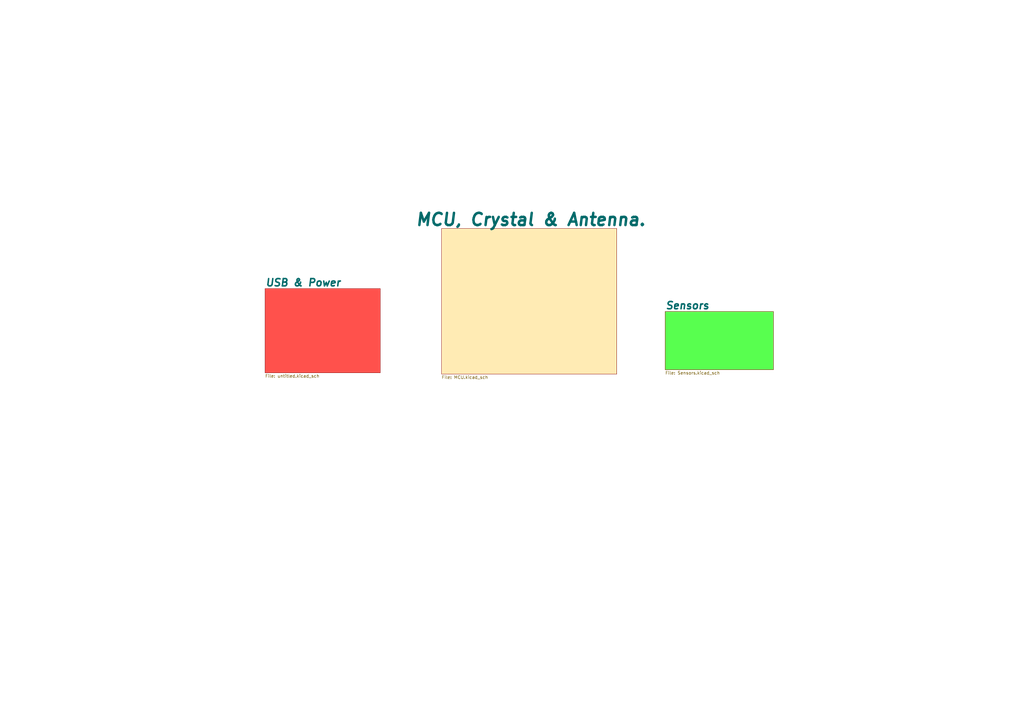
<source format=kicad_sch>
(kicad_sch (version 20211123) (generator eeschema)
  (paper "A3")
  (lib_symbols)
  (sheet (at 272.796 127.762) (size 44.45 23.876) (stroke (width 0.1524)) (fill (color 88 255 79 1.0000))
    (property "Sheet name" "Sensors" (at 272.796 127.0504 0) (effects (font (size 3 3) bold italic) (justify left bottom)))
    (property "Sheet file" "Sensors.kicad_sch" (at 272.796 152.2226 0) (effects (justify left top)))
  )
  (sheet (at 181.102 93.726) (size 71.882 59.69) (stroke (width 0.1524)) (fill (color 255 235 180 1.0000))
    (property "Sheet name" "MCU, Crystal & Antenna." (at 170.18 92.964 0) (effects (font (size 5 5) bold italic) (justify left bottom)))
    (property "Sheet file" "MCU.kicad_sch" (at 181.102 154.0006 0) (effects (justify left top)))
  )
  (sheet (at 108.712 118.364) (size 47.244 34.544) (stroke (width 0.1524)) (fill (color 255 81 76 1.0000))
    (property "Sheet name" "USB & Power" (at 108.712 117.6524 0) (effects (font (size 3 3) bold italic) (justify left bottom)))
    (property "Sheet file" "untitled.kicad_sch" (at 108.712 153.4926 0) (effects (justify left top)))
  )
)
</source>
